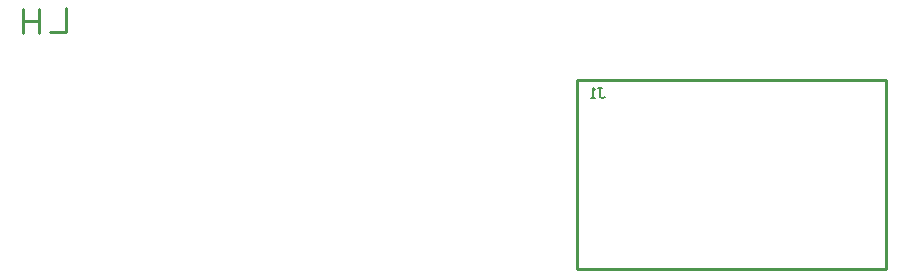
<source format=gbo>
G04*
G04 #@! TF.GenerationSoftware,Altium Limited,Altium Designer,21.0.8 (223)*
G04*
G04 Layer_Color=32896*
%FSLAX25Y25*%
%MOIN*%
G70*
G04*
G04 #@! TF.SameCoordinates,B575C2FC-ACDB-4AF1-BD63-2252A0B86CB9*
G04*
G04*
G04 #@! TF.FilePolarity,Positive*
G04*
G01*
G75*
%ADD10C,0.01000*%
%ADD17C,0.00500*%
D10*
X360428Y266618D02*
Y329618D01*
X257428D02*
X360428D01*
X257428Y266618D02*
Y329618D01*
Y266618D02*
X360428D01*
X87400Y353597D02*
Y345600D01*
X82068D01*
X78300Y353397D02*
Y345400D01*
Y349399D01*
X72968D01*
Y353397D01*
Y345400D01*
D17*
X264600Y326968D02*
X265766D01*
X265183D01*
Y324052D01*
X265766Y323469D01*
X266349D01*
X266933Y324052D01*
X263434Y323469D02*
X262267D01*
X262851D01*
Y326968D01*
X263434Y326384D01*
M02*

</source>
